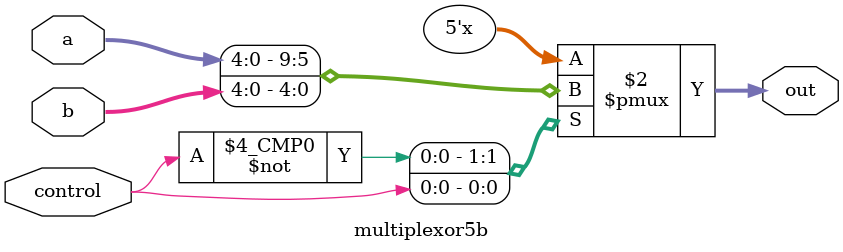
<source format=v>
module multiplexor5b(
  a,
  b,
  control,
  out
);

  input      control;
  input      [4:0] a;
  input      [4:0] b;
  output reg [4:0] out;

  always @ (a, b, control) begin
    case (control)
      0: begin
           out = a;
        end
      1: begin
           out = b;
        end
    endcase
  end

endmodule // multiplexor5

</source>
